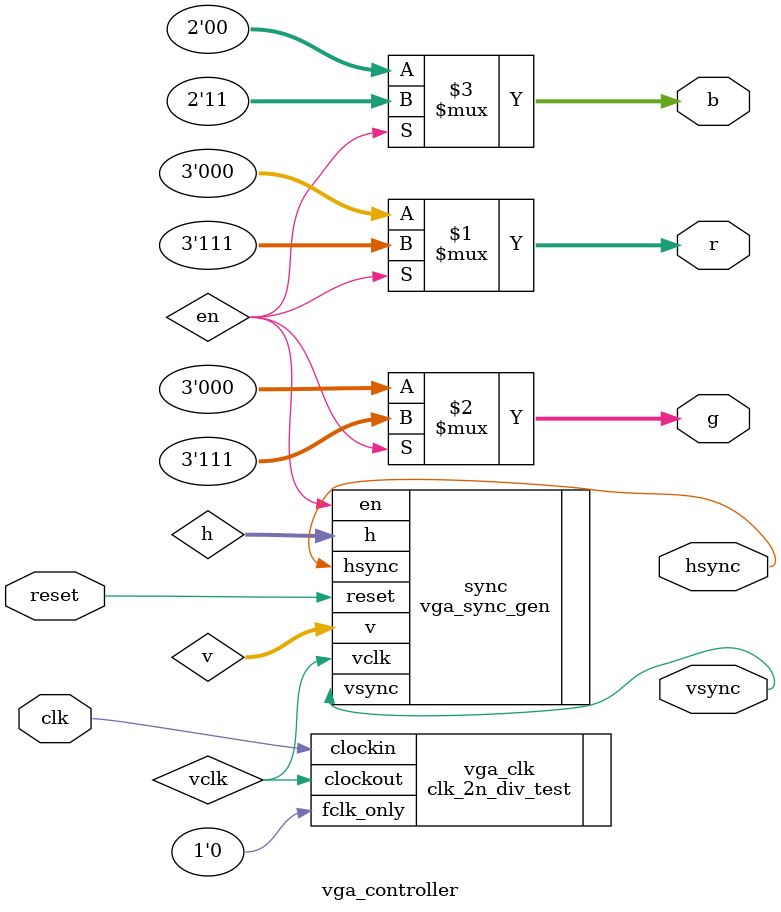
<source format=sv>
`timescale 1ns / 1ps


module vga_controller(
    input clk,
    input reset,
    output hsync, vsync,
    output [2:0] r,
    output [2:0] g,
    output [1:0] b
    );
    
    reg vclk;
    
    wire[9:0] h;
    wire[8:0] v;
    wire en;
    
    //test
    assign r = en ? 3'b111 : 3'b000;
    assign g = en ? 3'b111 : 3'b000;
    assign b = en ? 2'b11 : 2'b00;
    
    clk_2n_div_test #(.n(2)) vga_clk (
        .clockin(clk),
        .fclk_only(1'b0),
        .clockout(vclk)
    );
    
    vga_sync_gen sync (
        .vclk(vclk),
        .reset(reset),
        .hsync(hsync),
        .vsync(vsync),
        .h(h),
        .v(v),
        .en(en)
    );
        
    
endmodule

</source>
